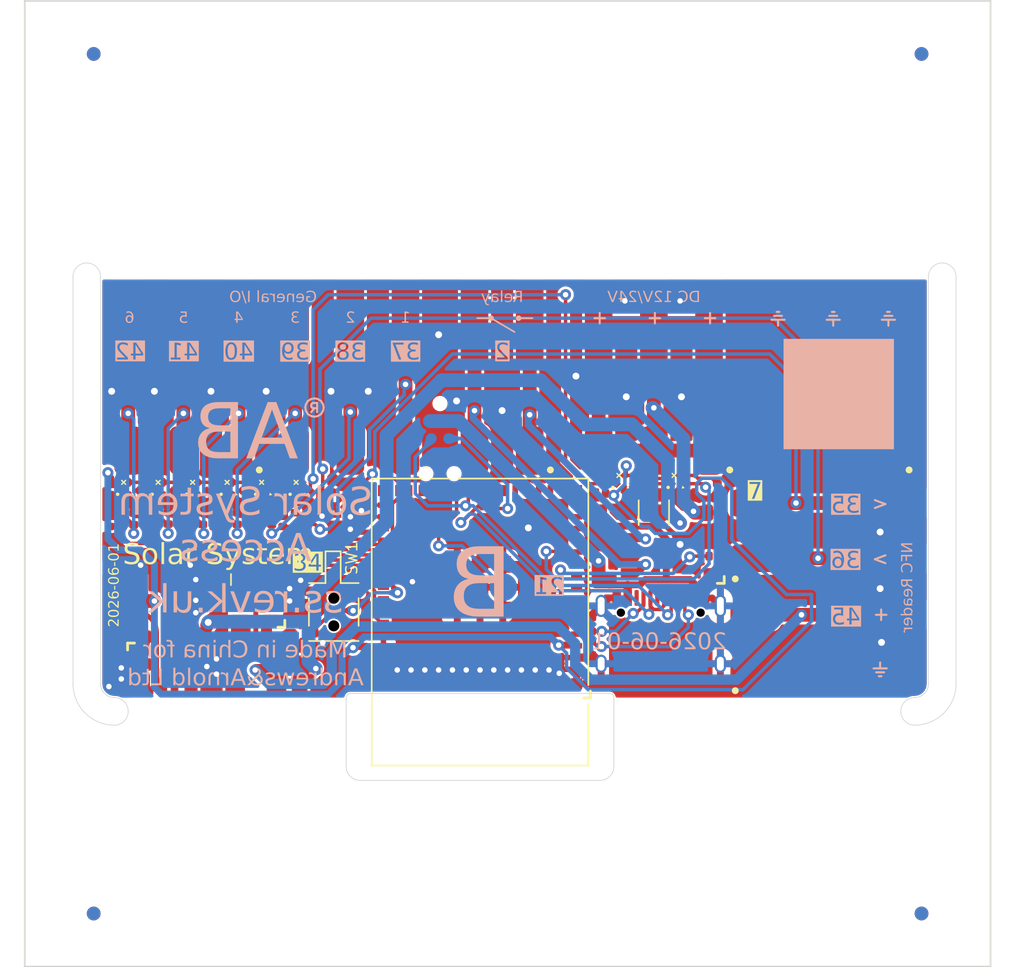
<source format=kicad_pcb>
(kicad_pcb (version 20241129) (generator "pcbnew") (generator_version "9.0")
  (title_block (title "Access Control") (rev "3") (company "Adrian Kennard Andrews & Arnold Ltd") (comment 1 "toot.me.uk/@RevK") (comment 2 "www.me.uk"))
  (layers (0 "F.Cu" signal) (2 "B.Cu" signal) (13 "F.Paste" user) (15 "B.Paste" user) (5 "F.SilkS" user "F.Silkscreen") (7 "B.SilkS" user "B.Silkscreen") (1 "F.Mask" user) (3 "B.Mask" user) (25 "Edge.Cuts" user))
  (net 0 "")
  (net 1 "+3.3V")
  (net 2 "VBUS")
  (net 3 "GND")
  (net 4 "RFTX")
  (net 5 "RFRX")
  (net 6 "+5V")
  (net 7 "D-")
  (net 8 "D+")
  (net 9 "SHDN")
  (net 10 "RGB")
  (net 11 "IO1")
  (net 12 "IO2")
  (net 13 "+12V")
  (net 15 "TAMPER")
  (net 16 "IO3")
  (net 17 "IO4")
  (net 18 "IO5")
  (net 19 "Net-(J3-Pin_3)")
  (net 20 "IO6")
  (net 21 "Net-(J9-Pin_1)")
  (net 22 "Net-(J9-Pin_2)")
  (net 28 "Net-(D11-I)")
  (net 29 "Net-(J9-Pin_3)")
  (net 30 "Net-(J3-Pin_2)")
  (net 31 "Net-(J3-Pin_1)")
  (net 32 "Net-(J1-CC2)")
  (net 33 "Net-(J1-CC1)")
  (net 40 "Net-(J10-Pin_2)")
  (net 50 "Net-(U10-EN)")
  (net 51 "Net-(R25-Pad1)")
  (net 52 "Net-(Q2-G)")
  (net 53 "Net-(D11-O)")
  (net 54 "Net-(D13-O)")
  (net 55 "Net-(D14-O)")
  (net 56 "Net-(D15-O)")
  (net 57 "Net-(D16-O)")
  (net 58 "Net-(D17-O)")
  (net 60 "Net-(D19-A)")
  (net 61 "Net-(J2-Pin_1)")
  (net 62 "Net-(J2-Pin_2)")
  (net 63 "Net-(J8-Pin_2)")
  (net 64 "Net-(J8-Pin_1)")
  (net 65 "RELAY")
  (footprint "RevK:WAGO-2060-452-998-404" (layer "F.Cu") (at 124.5 104 180)
    (property "Reference" "J5" (hide yes))
    (property "Value" "NFC")
  )
  (footprint "RevK:WAGO-2060-453-998-404" (layer "F.Cu") (at 125.6 85.5 -90)
    (property "Reference" "J6" (hide yes))
    (property "Value" "GND")
  )
  (footprint "RevK:WAGO-2060-452-998-404" (layer "F.Cu") (at 124.5 95.9 180)
    (property "Reference" "J2" (hide yes))
    (property "Value" "NFC")
  )
  (footprint "RevK:WAGO-2060-453-998-404" (layer "F.Cu") (at 90.6 85.5 -90)
    (property "Reference" "J3" (hide yes))
    (property "Value" "I/O")
  )
  (footprint "RevK:C_0402" (layer "F.Cu") (at 83.35 93 -90)
    (property "Reference" "C12" (hide yes))
    (property "Value" "100nF" (hide yes))
  )
  (footprint "RevK:SMD1010" (layer "F.Cu") (at 79.601 93 45)
    (property "Reference" "D16" (hide yes))
    (property "Value" "XL-1010RGBC-WS2812B" (hide yes))
  )
  (footprint "RevK:ESE13" (layer "F.Cu") (at 89.4 101.8 90)
    (property "Reference" "SW1")
    (property "Value" "ESE13V01A")
  )
  (footprint "RevK:VCUT70" (layer "F.Cu") (at 102 108.2 180)
    (property "Reference" "V2" (hide yes))
    (property "Value" "~")
  )
  (footprint "RevK:R_0402" (layer "F.Cu") (at 81.6 95.1 -90)
    (property "Reference" "R10" (hide yes))
    (property "Value" "100R" (hide yes))
  )
  (footprint "RevK:C_0402" (layer "F.Cu") (at 85.7 95.1 -90)
    (property "Reference" "C3" (hide yes))
    (property "Value" "33pF" (hide yes))
  )
  (footprint "RevK:R_0402" (layer "F.Cu") (at 117.1 97.75 180)
    (property "Reference" "R25" (hide yes))
    (property "Value" "1K" (hide yes))
  )
  (footprint "RevK:C_0603_" (layer "F.Cu") (at 74.05625 104.3 -90)
    (property "Reference" "C22" (hide yes))
    (property "Value" "10uF 6.3V")
  )
  (footprint "RevK:R_0402" (layer "F.Cu") (at 91.6 104.8 -90)
    (property "Reference" "R26" (hide yes))
    (property "Value" "10K" (hide yes))
  )
  (footprint "RevK:C_0402" (layer "F.Cu") (at 80.7 95.1 -90)
    (property "Reference" "C5" (hide yes))
    (property "Value" "33pF" (hide yes))
  )
  (footprint "RevK:DFN1006-2L" (layer "F.Cu") (at 90.85 92.9 -90)
    (property "Reference" "D10" (hide yes))
    (property "Value" "~")
  )
  (footprint "RevK:DFN1006-2L" (layer "F.Cu") (at 74.9 95.05 -90)
    (property "Reference" "D8" (hide yes))
    (property "Value" "~")
  )
  (footprint "RevK:L_4x4_" (layer "F.Cu") (at 76.55625 101 180)
    (property "Reference" "L4" (hide yes))
    (property "Value" "10uH")
  )
  (footprint "RevK:C_0402" (layer "F.Cu") (at 80.2 99.9 90)
    (property "Reference" "C17" (hide yes))
    (property "Value" "10uF" (hide yes))
  )
  (footprint "RevK:USB-C-Socket-H" (layer "F.Cu") (at 113.1 101.845)
    (property "Reference" "J1" (hide yes))
    (property "Value" "USB-C")
  )
  (footprint "RevK:SOT-323_SC-70" (layer "F.Cu") (at 90.6 95.4 180)
    (property "Reference" "Q2" (hide yes))
    (property "Value" "PMF250XNEX" (hide yes))
  )
  (footprint "RevK:C_0402" (layer "F.Cu") (at 75.7 95.1 -90)
    (property "Reference" "C7" (hide yes))
    (property "Value" "33pF" (hide yes))
  )
  (footprint "RevK:R_0402_" (layer "F.Cu") (at 85.55 99.45)
    (property "Reference" "R2" (hide yes))
    (property "Value" "23k2" (hide yes))
  )
  (footprint "RevK:SOT-23-6-MD8942" (layer "F.Cu") (at 83.75 101.35)
    (property "Reference" "U1" (hide yes))
    (property "Value" "MD8942")
  )
  (footprint "RevK:R_0402" (layer "F.Cu") (at 86.6 95.1 -90)
    (property "Reference" "R8" (hide yes))
    (property "Value" "100R" (hide yes))
  )
  (footprint "RevK:C_0402" (layer "F.Cu") (at 117.2 93 -90)
    (property "Reference" "C26" (hide yes))
    (property "Value" "100nF" (hide yes))
  )
  (footprint "RevK:C_0402" (layer "F.Cu") (at 73.35 93.05 -90)
    (property "Reference" "C25" (hide yes))
    (property "Value" "100nF" (hide yes))
  )
  (footprint "RevK:DFN1006-2L" (layer "F.Cu") (at 87.5 95.025 -90)
    (property "Reference" "D1" (hide yes))
    (property "Value" "~")
  )
  (footprint "RevK:SMD1010" (layer "F.Cu") (at 77.101 93 45)
    (property "Reference" "D17" (hide yes))
    (property "Value" "XL-1010RGBC-WS2812B" (hide yes))
  )
  (footprint "RevK:DFN1006-2L" (layer "F.Cu") (at 79.9 95.025 -90)
    (property "Reference" "D4" (hide yes))
    (property "Value" "~")
  )
  (footprint "RevK:C_0603_" (layer "F.Cu") (at 86.25 102.65 90)
    (property "Reference" "C15" (hide yes))
    (property "Value" "10uF 6.3V")
  )
  (footprint "RevK:C_0402" (layer "F.Cu") (at 73.2 98.1 90)
    (property "Reference" "C19" (hide yes))
    (property "Value" "22uF" (hide yes))
  )
  (footprint "RevK:WAGO-2060-453-998-404" (layer "F.Cu") (at 78.5 85.5 -90)
    (property "Reference" "J9" (hide yes))
    (property "Value" "I/O")
  )
  (footprint "RevK:C_0603_" (layer "F.Cu") (at 83.75 103.35)
    (property "Reference" "C16" (hide yes))
    (property "Value" "100nF")
  )
  (footprint "RevK:DFN1006-2L" (layer "F.Cu") (at 77.4 95 -90)
    (property "Reference" "D6" (hide yes))
    (property "Value" "~")
  )
  (footprint "RevK:C_0402" (layer "F.Cu") (at 78.35 93 -90)
    (property "Reference" "C14" (hide yes))
    (property "Value" "100nF" (hide yes))
  )
  (footprint "RevK:C_0603_" (layer "F.Cu") (at 79.05625 104.1 -90)
    (property "Reference" "C21" (hide yes))
    (property "Value" "10uF 35V")
  )
  (footprint "RevK:WAGO-2060-453-998-404" (layer "F.Cu") (at 112.6 85.5 -90)
    (property "Reference" "J7" (hide yes))
    (property "Value" "12V")
  )
  (footprint "RevK:R_0402_" (layer "F.Cu") (at 74.75625 107.5 180)
    (property "Reference" "R15" (hide yes))
    (property "Value" "39k2" (hide yes))
  )
  (footprint "RevK:R_0402" (layer "F.Cu") (at 84.1 95.1 -90)
    (property "Reference" "R9" (hide yes))
    (property "Value" "100R" (hide yes))
  )
  (footprint "RevK:C_0402" (layer "F.Cu") (at 75.85 93 -90)
    (property "Reference" "C24" (hide yes))
    (property "Value" "100nF" (hide yes))
  )
  (footprint "RevK:R_0402_" (layer "F.Cu") (at 78.35625 107.5 180)
    (property "Reference" "R27" (hide yes))
    (property "Value" "1M" (hide yes))
  )
  (footprint "RevK:SMD1010" (layer "F.Cu") (at 82.101 93 45)
    (property "Reference" "D15" (hide yes))
    (property "Value" "XL-1010RGBC-WS2812B" (hide yes))
  )
  (footprint "RevK:C_0402" (layer "F.Cu") (at 90.05 93 -90)
    (property "Reference" "C2" (hide yes))
    (property "Value" "33pF" (hide yes))
  )
  (footprint "RevK:C_0402" (layer "F.Cu") (at 85.85 93 -90)
    (property "Reference" "C11" (hide yes))
    (property "Value" "100nF" (hide yes))
  )
  (footprint "RevK:C_1210" (layer "F.Cu") (at 88.4 106.3 180)
    (property "Reference" "C28" (hide yes))
    (property "Value" "22uF 35V")
  )
  (footprint "RevK:C_1206" (layer "F.Cu") (at 109 98.025 -90)
    (property "Reference" "C27" (hide yes))
    (property "Value" "100uF 6.3V")
  )
  (footprint "RevK:C_0603_" (layer "F.Cu") (at 76.55625 103.6 180)
    (property "Reference" "C23" (hide yes))
    (property "Value" "100nF")
  )
  (footprint "RevK:R_0402" (layer "F.Cu") (at 108.1 104.4 90)
    (property "Reference" "R5" (hide yes))
    (property "Value" "5K1" (hide yes))
  )
  (footprint "RevK:DFN1006-2L" (layer "F.Cu") (at 88.45 93.775 90)
    (property "Reference" "D9" (hide yes))
    (property "Value" "~")
  )
  (footprint "RevK:R_0402" (layer "F.Cu") (at 76.6 95.1 -90)
    (property "Reference" "R12" (hide yes))
    (property "Value" "100R" (hide yes))
  )
  (footprint "RevK:R_0402_" (layer "F.Cu") (at 83.75 99.45)
    (property "Reference" "R1" (hide yes))
    (property "Value" "124k" (hide yes))
  )
  (footprint "RevK:DFN1006-2L" (layer "F.Cu") (at 82.4 95.025 -90)
    (property "Reference" "D3" (hide yes))
    (property "Value" "~")
  )
  (footprint "RevK:C_0402" (layer "F.Cu") (at 91.6 106.6 -90)
    (property "Reference" "C20" (hide yes))
    (property "Value" "1uF" (hide yes))
  )
  (footprint "RevK:PCB7070" (layer "F.Cu") (at 102 92.5)
    (property "Reference" "PCB1" (hide yes))
    (property "Value" "70x70" (hide yes))
    (fp_line (start -35 -35) (end 35 -35) (stroke (width 0.12)) (layer "Edge.Cuts"))
    (fp_line (start -35 35) (end -35 -35) (stroke (width 0.12)) (layer "Edge.Cuts"))
    (fp_line (start 35 -35) (end 35 35) (stroke (width 0.12)) (layer "Edge.Cuts"))
    (fp_line (start 35 35) (end -35 35) (stroke (width 0.12)) (layer "Edge.Cuts"))
  )
  (footprint "RevK:SMD1010" (layer "F.Cu") (at 74.601 93 45)
    (property "Reference" "D18" (hide yes))
    (property "Value" "XL-1010RGBC-WS2812B" (hide yes))
  )
  (footprint "RevK:D_SOD-123" (layer "F.Cu") (at 114.8 94.6)
    (property "Reference" "D19" (hide yes))
    (property "Value" "MBR0530")
  )
  (footprint "RevK:R_0402" (layer "F.Cu") (at 108.1 102.7 90)
    (property "Reference" "R4" (hide yes))
    (property "Value" "5K1" (hide yes))
  )
  (footprint "RevK:C_0402" (layer "F.Cu") (at 73.2 95.1 -90)
    (property "Reference" "C8" (hide yes))
    (property "Value" "33pF" (hide yes))
  )
  (footprint "RevK:R_0402" (layer "F.Cu") (at 89.25 93.6 -90)
    (property "Reference" "R6" (hide yes))
    (property "Value" "100R" (hide yes))
  )
  (footprint "RevK:SMD1010" (layer "F.Cu") (at 110.5 92.5 45)
    (property "Reference" "D11" (hide yes))
    (property "Value" "XL-1010RGBC-WS2812B" (hide yes))
  )
  (footprint "RevK:D_SOD-123" (layer "F.Cu") (at 110.4 94.6 180)
    (property "Reference" "D5" (hide yes))
    (property "Value" "MBR0530")
  )
  (footprint "RevK:SOT-23-6-MD8942" (layer "F.Cu") (at 76.55625 105.6 180)
    (property "Reference" "U2" (hide yes))
    (property "Value" "MD8942")
  )
  (footprint "RevK:WAGO-2060-452-998-404" (layer "F.Cu") (at 101.6 85.5 -90)
    (property "Reference" "J8" (hide yes))
    (property "Value" "DOOR")
  )
  (footprint "RevK:C_0402" (layer "F.Cu") (at 78.2 95.1 -90)
    (property "Reference" "C6" (hide yes))
    (property "Value" "33pF" (hide yes))
  )
  (footprint "RevK:R_0402" (layer "F.Cu") (at 91.65 93.05 -90)
    (property "Reference" "R7" (hide yes))
    (property "Value" "100R" (hide yes))
  )
  (footprint "RevK:ESP32-S3-MINI-1" (layer "F.Cu") (at 100 100 180)
    (property "Reference" "U10" (hide yes))
    (property "Value" "ESP32-S3-MINI-1" (hide yes))
  )
  (footprint "RevK:SMD1010" (layer "F.Cu") (at 84.601 93 45)
    (property "Reference" "D14" (hide yes))
    (property "Value" "XL-1010RGBC-WS2812B" (hide yes))
  )
  (footprint "RevK:R_0402" (layer "F.Cu") (at 79.1 95.1 -90)
    (property "Reference" "R11" (hide yes))
    (property "Value" "100R" (hide yes))
  )
  (footprint "RevK:C_0402" (layer "F.Cu") (at 80.85 93 -90)
    (property "Reference" "C13" (hide yes))
    (property "Value" "100nF" (hide yes))
  )
  (footprint "RevK:SO-4_4.4x4.3mm_P2.54mm" (layer "F.Cu") (at 113.8 97.75 90)
    (property "Reference" "U8" (hide yes))
    (property "Value" "G3VM-41GR8")
  )
  (footprint "RevK:SMD1010" (layer "F.Cu") (at 114.5 92.5 45)
    (property "Reference" "D7" (hide yes))
    (property "Value" "XL-1010RGBC-WS2812B" (hide yes))
  )
  (footprint "RevK:DFN1006-2L" (layer "F.Cu") (at 84.9 95.025 -90)
    (property "Reference" "D2" (hide yes))
    (property "Value" "~")
  )
  (footprint "RevK:SMD1010" (layer "F.Cu") (at 87.101 93 45)
    (property "Reference" "D13" (hide yes))
    (property "Value" "XL-1010RGBC-WS2812B" (hide yes))
  )
  (footprint "RevK:VCUT70" (layer "F.Cu") (at 102 77.5)
    (property "Reference" "V1" (hide yes))
    (property "Value" "~")
  )
  (footprint "RevK:L_4x4_" (layer "F.Cu") (at 83.75 105.95)
    (property "Reference" "L3" (hide yes))
    (property "Value" "10uH")
  )
  (footprint "RevK:C_0603_" (layer "F.Cu") (at 81.25 102.65 90)
    (property "Reference" "C1" (hide yes))
    (property "Value" "10uF 35V")
  )
  (footprint "RevK:R_0402" (layer "F.Cu") (at 74.1 95.1 -90)
    (property "Reference" "R13" (hide yes))
    (property "Value" "100R" (hide yes))
  )
  (footprint "RevK:C_0402" (layer "F.Cu") (at 74.1 98.1 90)
    (property "Reference" "C18" (hide yes))
    (property "Value" "100nF" (hide yes))
  )
  (footprint "RevK:C_0402" (layer "F.Cu") (at 108.6 93.2 180)
    (property "Reference" "C9" (hide yes))
    (property "Value" "100nF" (hide yes))
  )
  (footprint "RevK:C_0402" (layer "F.Cu") (at 83.2 95.1 -90)
    (property "Reference" "C4" (hide yes))
    (property "Value" "33pF" (hide yes))
  )
  (footprint "RevK:R_0402_" (layer "F.Cu") (at 76.55625 107.5 180)
    (property "Reference" "R14" (hide yes))
    (property "Value" "124k" (hide yes))
  )
  (footprint "RevK:AA-Pad" (layer "B.Cu") (at 100 100 180)
    (property "Reference" "J10" (hide yes))
    (property "Value" "Reset" (hide yes))
  )
  (footprint "RevK:Tag-Connect_TC2030-IDC-NL_2x03_P1.27mm_Vertical" (layer "B.Cu") (at 97.1 89.23 -90)
    (property "Reference" "J4" (hide yes))
    (property "Value" "TC2030-USB-NL-DS" (hide yes))
  )
  (gr_line (start 81.95 99.85) (end 81.95 99.05) (stroke (width 0.12)) (layer "F.SilkS"))
  (gr_line (start 99.8 80.5) (end 100.8 80.5) (stroke (width 0.12)) (layer "B.SilkS"))
  (gr_circle (center 102.8 80.5) (end 102.6 80.5) (fill yes) (layer "B.SilkS"))
  (gr_line (start 103.8 80.5) (end 102.8 80.5) (stroke (width 0.12)) (layer "B.SilkS"))
  (gr_rect (start 122 82) (end 130 90) (fill yes) (layer "B.SilkS"))
  (gr_circle (center 100.8 80.5) (end 100.6 80.5) (fill yes) (layer "B.SilkS"))
  (gr_line (start 100.8 80.5) (end 102.5 81.5) (stroke (width 0.12)) (layer "B.SilkS"))
  (gr_arc (start 73.5 108) (mid 72.792893 107.707107) (end 72.5 107) (stroke (width 0.05)) (layer "Edge.Cuts"))
  (gr_line (start 134.5 77.5) (end 134.5 107) (stroke (width 0.05)) (layer "Edge.Cuts"))
  (gr_line (start 108.7 114) (end 91.3 114) (stroke (width 0.05)) (layer "Edge.Cuts"))
  (gr_arc (start 91.3 114) (mid 90.592893 113.707107) (end 90.3 113) (stroke (width 0.05)) (layer "Edge.Cuts"))
  (gr_arc (start 109.7 113) (mid 109.407107 113.707107) (end 108.7 114) (stroke (width 0.05)) (layer "Edge.Cuts"))
  (gr_arc (start 70.5 77.5) (mid 71.5 76.5) (end 72.5 77.5) (stroke (width 0.05)) (layer "Edge.Cuts"))
  (gr_line (start 72.5 107) (end 72.5 77.5) (stroke (width 0.05)) (layer "Edge.Cuts"))
  (gr_arc (start 90.3 108) (mid 90.387868 107.787868) (end 90.6 107.7) (stroke (width 0.05)) (layer "Edge.Cuts"))
  (gr_arc (start 109.4 107.7) (mid 109.612132 107.787868) (end 109.7 108) (stroke (width 0.05)) (layer "Edge.Cuts"))
  (gr_arc (start 132.5 107) (mid 132.207107 107.707107) (end 131.5 108) (stroke (width 0.05)) (layer "Edge.Cuts"))
  (gr_arc (start 73.5 108) (mid 74.5 109) (end 73.5 110) (stroke (width 0.05)) (layer "Edge.Cuts"))
  (gr_line (start 109.7 108) (end 109.7 113) (stroke (width 0.05)) (layer "Edge.Cuts"))
  (gr_arc (start 132.5 77.5) (mid 133.5 76.5) (end 134.5 77.5) (stroke (width 0.05)) (layer "Edge.Cuts"))
  (gr_line (start 70.5 77.5) (end 70.5 107) (stroke (width 0.05)) (layer "Edge.Cuts"))
  (gr_line (start 90.6 107.7) (end 109.4 107.7) (stroke (width 0.05)) (layer "Edge.Cuts"))
  (gr_line (start 90.3 108) (end 90.3 113) (stroke (width 0.05)) (layer "Edge.Cuts"))
  (gr_arc (start 131.5 110) (mid 130.5 109) (end 131.5 108) (stroke (width 0.05)) (layer "Edge.Cuts"))
  (gr_arc (start 134.5 107) (mid 133.62132 109.12132) (end 131.5 110) (stroke (width 0.05)) (layer "Edge.Cuts"))
  (gr_arc (start 73.5 110) (mid 71.37868 109.12132) (end 70.5 107) (stroke (width 0.05)) (layer "Edge.Cuts"))
  (gr_line (start 132.5 77.5) (end 132.5 107) (stroke (width 0.05)) (layer "Edge.Cuts"))
  (gr_text "7" (at 119.4 93.1 0) (layer "F.SilkS" knockout) (effects (font (size 1.2 1.2) (thickness 0.1)) (justify left)))
  (gr_text "${CURRENT_DATE}" (at 73.5 102.9 90) (layer "F.SilkS") (effects (font (size 0.75 0.75)) (justify left)))
  (gr_text "34" (at 87.5 98.3 0) (layer "F.SilkS" knockout) (effects (font (size 1.2 1.2) (thickness 0.1))))
  (gr_text "Solar System" (at 74.1 97.7 0) (layer "F.SilkS") (effects (font (size 1.5 1.5)) (justify left)))
  (gr_text "⏚" (at 129 106 0) (layer "B.SilkS") (effects (font (size 1 1)) (justify mirror)))
  (gr_text "⏚" (at 125.6 80.5 180) (layer "B.SilkS") (effects (font (size 1 1)) (justify mirror)))
  (gr_text "+" (at 112.6 80.5 90) (layer "B.SilkS") (effects (font (size 1 1)) (justify mirror)))
  (gr_text ">" (at 129 97.9 0) (layer "B.SilkS") (effects (font (size 1 1)) (justify mirror)))
  (gr_text "+" (at 129 102 90) (layer "B.SilkS") (effects (font (size 1 1)) (justify mirror)))
  (gr_text "<" (at 129 93.9 0) (layer "B.SilkS") (effects (font (size 1 1)) (justify mirror)))
  (gr_text "NFC Reader" (at 131 100 90) (layer "B.SilkS") (effects (font (size 0.8 0.8) (thickness 0.1)) (justify mirror)))
  (gr_text "Relay" (at 101.6 79 0) (layer "B.SilkS") (effects (font (size 0.8 0.8) (thickness 0.1)) (justify mirror)))
  (gr_text "39" (at 86.6 83 0) (layer "B.SilkS" knockout) (effects (font (size 1.2 1.2) (thickness 0.1)) (justify mirror)))
  (gr_text "36" (at 126.5 98.1 0) (layer "B.SilkS" knockout) (effects (font (size 1.2 1.2) (thickness 0.1)) (justify mirror)))
  (gr_text "®" (at 88 87 0) (layer "B.SilkS") (effects (font (size 1 1)) (justify mirror)))
  (gr_text "5" (at 78.5 80.5 0) (layer "B.SilkS") (effects (font (size 0.8 0.8) (thickness 0.1)) (justify mirror)))
  (gr_text "⏚" (at 129.6 80.5 180) (layer "B.SilkS") (effects (font (size 1 1)) (justify mirror)))
  (gr_text "Solar System\nAccess" (at 83 95.6 0) (layer "B.SilkS") (effects (font (size 2 2)) (justify mirror)))
  (gr_text "DC 12V/24V" (at 112.6 79 0) (layer "B.SilkS") (effects (font (size 0.8 0.8) (thickness 0.1)) (justify mirror)))
  (gr_text "6" (at 74.6 80.5 0) (layer "B.SilkS") (effects (font (size 0.8 0.8) (thickness 0.1)) (justify mirror)))
  (gr_text "AB" (at 83 89 0) (layer "B.SilkS") (effects (font (size 4 4)) (justify mirror)))
  (gr_text "4" (at 82.5 80.5 0) (layer "B.SilkS") (effects (font (size 0.8 0.8) (thickness 0.1)) (justify mirror)))
  (gr_text "21" (at 105 100 0) (layer "B.SilkS" knockout) (effects (font (size 1.2 1.2) (thickness 0.1)) (justify mirror)))
  (gr_text "2" (at 101.6 83 0) (layer "B.SilkS" knockout) (effects (font (size 1.2 1.2) (thickness 0.1)) (justify mirror)))
  (gr_text "3" (at 86.6 80.5 0) (layer "B.SilkS") (effects (font (size 0.8 0.8) (thickness 0.1)) (justify mirror)))
  (gr_text "+" (at 116.6 80.5 90) (layer "B.SilkS") (effects (font (size 1 1)) (justify mirror)))
  (gr_text "⏚" (at 121.6 80.5 180) (layer "B.SilkS") (effects (font (size 1 1)) (justify mirror)))
  (gr_text "ss.revk.uk" (at 83 101 0) (layer "B.SilkS") (effects (font (size 2 2)) (justify mirror)))
  (gr_text "40" (at 82.5 83 0) (layer "B.SilkS" knockout) (effects (font (size 1.2 1.2) (thickness 0.1)) (justify mirror)))
  (gr_text "37" (at 94.6 83 0) (layer "B.SilkS" knockout) (effects (font (size 1.2 1.2) (thickness 0.1)) (justify mirror)))
  (gr_text "38" (at 90.6 83 0) (layer "B.SilkS" knockout) (effects (font (size 1.2 1.2) (thickness 0.1)) (justify mirror)))
  (gr_text "45" (at 126.5 102.2 0) (layer "B.SilkS" knockout) (effects (font (size 1.2 1.2) (thickness 0.1)) (justify mirror)))
  (gr_text "General I/O" (at 85 79 0) (layer "B.SilkS") (effects (font (size 0.8 0.8) (thickness 0.1)) (justify mirror)))
  (gr_text "1" (at 94.6 80.5 0) (layer "B.SilkS") (effects (font (size 0.8 0.8) (thickness 0.1)) (justify mirror)))
  (gr_text "Made in China for\nAndrews&Arnold Ltd" (at 83 105.6 0) (layer "B.SilkS") (effects (font (size 1.2 1.2)) (justify mirror)))
  (gr_text "41" (at 78.5 83 0) (layer "B.SilkS" knockout) (effects (font (size 1.2 1.2) (thickness 0.1)) (justify mirror)))
  (gr_text "${CURRENT_DATE}" (at 113 104 0) (layer "B.SilkS") (effects (font (size 1.2 1.2)) (justify mirror)))
  (gr_text "+" (at 108.6 80.5 90) (layer "B.SilkS") (effects (font (size 1 1)) (justify mirror)))
  (gr_text "35" (at 126.5 94.1 0) (layer "B.SilkS" knockout) (effects (font (size 1.2 1.2) (thickness 0.1)) (justify mirror)))
  (gr_text "2" (at 90.6 80.5 0) (layer "B.SilkS") (effects (font (size 0.8 0.8) (thickness 0.1)) (justify mirror)))
  (gr_text "42" (at 74.6 83 0) (layer "B.SilkS" knockout) (effects (font (size 1.2 1.2) (thickness 0.1)) (justify mirror)))
  (segment (start 73.501041 92.398959) (end 74.601 92.398959) (width 0.25) (layer "F.Cu") (net 1))
  (segment (start 76.001041 92.398959) (end 77.101 92.398959) (width 0.25) (layer "F.Cu") (net 1))
  (segment (start 113.5 92.123) (end 111.80224 92.123) (width 0.25) (layer "F.Cu") (net 1))
  (segment (start 81.001041 92.398959) (end 82.101 92.398959) (width 0.25) (layer "F.Cu") (net 1))
  (segment (start 73.35 92.55) (end 73.35 92.023) (width 0.25) (layer "F.Cu") (net 1))
  (segment (start 74.1 98.6) (end 75.05625 99.55625) (width 0.5) (layer "F.Cu") (net 1))
  (segment (start 106.95 104.2) (end 107 104.25) (width 0.5) (layer "F.Cu") (net 1))
  (segment (start 90.875621 104.3) (end 90.793754 104.381867) (width 0.5) (layer "F.Cu") (net 1))
  (segment (start 73.35 92.55) (end 73.501041 92.398959) (width 0.25) (layer "F.Cu") (net 1))
  (segment (start 110.6 91.898959) (end 110.6 91.2) (width 0.25) (layer "F.Cu") (net 1))
  (segment (start 115.779826 92.102) (end 115.576785 91.898959) (width 0.25) (layer "F.Cu") (net 1))
  (segment (start 109.242952 93.342952) (end 109.1 93.2) (width 0.25) (layer "F.Cu") (net 1))
  (segment (start 75.05625 99.55625) (end 75.05625 101) (width 0.5) (layer "F.Cu") (net 1))
  (segment (start 82.101 92.398959) (end 83.198959 92.398959) (width 0.25) (layer "F.Cu") (net 1))
  (segment (start 78.501041 92.398959) (end 79.601 92.398959) (width 0.25) (layer "F.Cu") (net 1))
  (segment (start 115.779826 92.102) (end 116.802 92.102) (width 0.25) (layer "F.Cu") (net 1))
  (segment (start 115.576785 91.898959) (end 114.5 91.898959) (width 0.25) (layer "F.Cu") (net 1))
  (segment (start 75.05625 101) (end 76.4 101) (width 1) (layer "F.Cu") (net 1))
  (segment (start 113.724041 91.898959) (end 114.5 91.898959) (width 0.25) (layer "F.Cu") (net 1))
  (segment (start 113.5 92.123) (end 113.724041 91.898959) (width 0.25) (layer "F.Cu") (net 1))
  (segment (start 79.601 92.398959) (end 80.698959 92.398959) (width 0.25) (layer "F.Cu") (net 1))
  (segment (start 105.7 104.2) (end 106.95 104.2) (width 0.5) (layer "F.Cu") (net 1))
  (segment (start 77.101 92.398959) (end 78.198959 92.398959) (width 0.25) (layer "F.Cu") (net 1))
  (segment (start 84.601 92.398959) (end 85.698959 92.398959) (width 0.25) (layer "F.Cu") (net 1))
  (segment (start 111.578199 91.898959) (end 110.6 91.898959) (width 0.25) (layer "F.Cu") (net 1))
  (segment (start 83.501041 92.398959) (end 84.601 92.398959) (width 0.25) (layer "F.Cu") (net 1))
  (segment (start 91.6 104.3) (end 90.875621 104.3) (width 0.5) (layer "F.Cu") (net 1))
  (segment (start 73.2 98.6) (end 74.1 98.6) (width 0.5) (layer "F.Cu") (net 1))
  (segment (start 116.802 92.102) (end 117.2 92.5) (width 0.25) (layer "F.Cu") (net 1))
  (segment (start 86.001041 92.398959) (end 87.101 92.398959) (width 0.25) (layer "F.Cu") (net 1))
  (segment (start 111.80224 92.123) (end 111.578199 91.898959) (width 0.25) (layer "F.Cu") (net 1))
  (segment (start 73.35 92.023) (end 73.027 91.7) (width 0.25) (layer "F.Cu") (net 1))
  (segment (start 109.692391 93.342952) (end 109.242952 93.342952) (width 0.25) (layer "F.Cu") (net 1))
  (segment (start 74.601 92.398959) (end 75.698959 92.398959) (width 0.25) (layer "F.Cu") (net 1))
  (via (at 90.793754 104.381867) (size 0.8) (drill 0.4) (layers "F.Cu" "B.Cu") (net 1))
  (via (at 105.7 104.2) (size 0.8) (drill 0.4) (layers "F.Cu" "B.Cu") (net 1))
  (via (at 109.692391 93.342952) (size 0.8) (drill 0.4) (layers "F.Cu" "B.Cu") (net 1))
  (via (at 73.027 91.7) (size 0.8) (drill 0.4) (layers "F.Cu" "B.Cu") (net 1))
  (via (at 76.4 101) (size 0.8) (drill 0.4) (layers "F.Cu" "B.Cu") (net 1))
  (via (at 110.6 91.2) (size 0.8) (drill 0.4) (layers "F.Cu" "B.Cu") (net 1))
  (segment (start 118.25 96.567482) (end 118.25 92.85) (width 0.25) (layer "B.Cu") (net 1))
  (segment (start 119.059712 107.427) (end 124.027 102.459712) (width 0.25) (layer "B.Cu") (net 1))
  (segment (start 124.027 102.459712) (end 124.027 100.527) (width 0.25) (layer "B.Cu") (net 1))
  (segment (start 76.9 107.75) (end 76.4 107.25) (width 0.5) (layer "B.Cu") (net 1))
  (segment (start 112.2 95.6) (end 111.7 95.6) (width 0.25) (layer "B.Cu") (net 1))
  (segment (start 73.027 96.5) (end 73.027 91.7) (width 0.5) (layer "B.Cu") (net 1))
  (segment (start 115.7 93.2) (end 116.223 93.723) (width 0.25) (layer "B.Cu") (net 1))
  (segment (start 106.273 105.859712) (end 107.840288 107.427) (width 0.25) (layer "B.Cu") (net 1))
  (segment (start 115.123 96.1) (end 112.7 96.1) (width 0.25) (layer "B.Cu") (net 1))
  (segment (start 76.4 98.3) (end 75.4 97.3) (width 0.5) (layer "B.Cu") (net 1))
  (segment (start 76.4 101) (end 76.4 98.3) (width 0.5) (layer "B.Cu") (net 1))
  (segment (start 90.818133 104.381867) (end 91.6 103.6) (width 0.5) (layer "B.Cu") (net 1))
  (segment (start 105.1 103.6) (end 105.7 104.2) (width 0.5) (layer "B.Cu") (net 1))
  (segment (start 90.793754 104.381867) (end 90.818133 104.381867) (width 0.5) (layer "B.Cu") (net 1))
  (segment (start 91.6 103.6) (end 105.1 103.6) (width 0.5) (layer "B.Cu") (net 1))
  (segment (start 90 105) (end 90 106.75) (width 0.5) (layer "B.Cu") (net 1))
  (segment (start 107.840288 107.427) (end 119.059712 107.427) (width 0.25) (layer "B.Cu") (net 1))
  (segment (start 111.7 95.6) (end 109.692391 93.592391) (width 0.25) (layer "B.Cu") (net 1))
  (segment (start 90.793754 104.381867) (end 90.618133 104.381867) (width 0.5) (layer "B.Cu") (net 1))
  (segment (start 109.692391 93.592391) (end 109.692391 93.342952) (width 0.25) (layer "B.Cu") (net 1))
  (segment (start 106.273 104.773) (end 106.273 105.859712) (width 0.25) (layer "B.Cu") (net 1))
  (segment (start 73.827 97.3) (end 73.027 96.5) (width 0.5) (layer "B.Cu") (net 1))
  (segment (start 75.4 97.3) (end 73.827 97.3) (width 0.5) (layer "B.Cu") (net 1))
  (segment (start 76.4 107.25) (end 76.4 101) (width 0.5) (layer "B.Cu") (net 1))
  (segment (start 115.7 92.483932) (end 115.7 93.2) (width 0.25) (layer "B.Cu") (net 1))
  (segment (start 110.5 91.2) (end 110.5 92.535343) (width 0.25) (layer "B.Cu") (net 1))
  (segment (start 116.223 93.723) (end 116.223 95) (width 0.25) (layer "B.Cu") (net 1))
  (segment (start 89 107.75) (end 76.9 107.75) (width 0.5) (layer "B.Cu") (net 1))
  (segment (start 116.223 95) (end 115.123 96.1) (width 0.25) (layer "B.Cu") (net 1))
  (segment (start 105.7 104.2) (end 106.273 104.773) (width 0.25) (layer "B.Cu") (net 1))
  (segment (start 112.7 96.1) (end 112.2 95.6) (width 0.25) (layer "B.Cu") (net 1))
  (segment (start 90.618133 104.381867) (end 90 105) (width 0.5) (layer "B.Cu") (net 1))
  (segment (start 116.081932 92.102) (end 115.7 92.483932) (width 0.25) (layer "B.Cu") (net 1))
  (segment (start 110.5 92.535343) (end 109.692391 93.342952) (width 0.25) (layer "B.Cu") (net 1))
  (segment (start 90 106.75) (end 89 107.75) (width 0.5) (layer "B.Cu") (net 1))
  (segment (start 117.502 92.102) (end 116.081932 92.102) (width 0.25) (layer "B.Cu") (net 1))
  (segment (start 124.027 100.527) (end 122.209518 100.527) (width 0.25) (layer "B.Cu") (net 1))
  (segment (start 118.25 92.85) (end 117.502 92.102) (width 0.25) (layer "B.Cu") (net 1))
  (segment (start 122.209518 100.527) (end 118.25 96.567482) (width 0.25) (layer "B.Cu") (net 1))
  (segment (start 110.681 99.828) (end 110.7 99.847) (width 0.5) (layer "F.Cu") (net 2))
  (segment (start 108.592998 98.092998) (end 108.592998 99.092998) (width 1) (layer "F.Cu") (net 2))
  (segment (start 109.727 95.577) (end 112.577 95.577) (width 0.5) (layer "F.Cu") (net 2))
  (segment (start 115.5 100.775) (end 115.5 99.705) (width 0.5) (layer "F.Cu") (net 2))
  (segment (start 111.965698 99.448) (end 111.585698 99.828) (width 0.5) (layer "F.Cu") (net 2))
  (segment (start 115.5 99.705) (end 115.243 99.448) (width 0.5) (layer "F.Cu") (net 2))
  (segment (start 108.592998 99.092998) (end 109 99.5) (width 1) (layer "F.Cu") (net 2))
  (segment (start 110.719 99.828) (end 110.7 99.847) (width 0.5) (layer "F.Cu") (net 2))
  (segment (start 111.585698 99.828) (end 110.719 99.828) (width 0.5) (layer "F.Cu") (net 2))
  (segment (start 113.5 99.448) (end 111.965698 99.448) (width 0.5) (layer "F.Cu") (net 2))
  (segment (start 113.5 96.5) (end 113.5 99.448) (width 0.5) (layer "F.Cu") (net 2))
  (segment (start 109.328 99.828) (end 110.681 99.828) (width 0.5) (layer "F.Cu") (net 2))
  (segment (start 109 99.5) (end 109.328 99.828) (width 0.5) (layer "F.Cu") (net 2))
  (segment (start 112.577 95.577) (end 113.5 96.5) (width 0.5) (layer "F.Cu") (net 2))
  (segment (start 115.243 99.448) (end 113.5 99.448) (width 0.5) (layer "F.Cu") (net 2))
  (segment (start 110.7 100.775) (end 110.7 99.847) (width 0.6) (layer "F.Cu") (net 2))
  (segment (start 108.75 94.6) (end 109.727 95.577) (width 0.5) (layer "F.Cu") (net 2))
  (via (at 108.592998 98.092998) (size 0.8) (drill 0.4) (layers "F.Cu" "B.Cu") (net 2))
  (segment (start 97.635 87.96) (end 98.46 87.96) (width 1) (layer "B.Cu") (net 2))
  (segment (start 97.635 87.96) (end 96.365 87.96) (width 1) (layer "B.Cu") (net 2))
  (segment (start 98.46 87.96) (end 108.592998 98.092998) (width 1) (layer "B.Cu") (net 2))
  (segment (start 108.765 101.37) (end 109.345 100.79) (width 0.5) (layer "F.Cu") (net 3))
  (segment (start 93 93) (end 93 86.9) (width 0.5) (layer "F.Cu") (net 3))
  (segment (start 89.248 91.698) (end 89.248 91.110448) (width 0.25) (layer "F.Cu") (net 3))
  (segment (start 107 105.1) (end 107.9 105.1) (width 0.6) (layer "F.Cu") (net 3))
  (segment (start 117.405 101.37) (end 116.825 100.79) (width 0.5) (layer "F.Cu") (net 3))
  (segment (start 108.1 102.2) (end 108.1 102.035) (width 0.6) (layer "F.Cu") (net 3))
  (segment (start 108.135 104.9) (end 108.78 105.545) (width 0.6) (layer "F.Cu") (net 3))
  (segment (start 109.345 100.79) (end 109.885 100.79) (width 0.5) (layer "F.Cu") (net 3))
  (segment (start 90.05 92.5) (end 89.248 91.698) (width 0.25) (layer "F.Cu") (net 3))
  (segment (start 93 86.9) (end 91.9 85.8) (width 0.5) (layer "F.Cu") (net 3))
  (segment (start 89.204 85.804) (end 89.2 85.8) (width 0.25) (layer "F.Cu") (net 3))
  (segment (start 89.248 91.110448) (end 89.204 91.066448) (width 0.25) (layer "F.Cu") (net 3))
  (segment (start 116.825 100.79) (end 116.285 100.79) (width 0.5) (layer "F.Cu") (net 3))
  (segment (start 108.1 104.9) (end 108.135 104.9) (width 0.6) (layer "F.Cu") (net 3))
  (segment (start 108.1 102.035) (end 108.78 101.355) (width 0.6) (layer "F.Cu") (net 3))
  (segment (start 89.204 91.066448) (end 89.204 85.804) (width 0.25) (layer "F.Cu") (net 3))
  (segment (start 107.9 105.1) (end 108.1 104.9) (width 0.6) (layer "F.Cu") (net 3))
  (via (at 105.743002 106.239457) (size 0.8) (drill 0.4) (layers "F.Cu" "B.Cu") (net 3))
  (via (at 89.2 85.8) (size 1) (drill 0.5) (layers "F.Cu" "B.Cu") (net 3))
  (via (at 105 106) (size 0.8) (drill 0.4) (layers "F.Cu" "B.Cu") (net 3))
  (via (at 97 106) (size 0.8) (drill 0.4) (layers "F.Cu" "B.Cu") (net 3))
  (via (at 114.5 96.9) (size 1) (drill 0.5) (layers "F.Cu" "B.Cu") (net 3))
  (via (at 114.5 79.25) (size 0.8) (drill 0.4) (layers "F.Cu" "B.Cu") (net 3))
  (via (at 98 106) (size 0.8) (drill 0.4) (layers "F.Cu" "B.Cu") (net 3))
  (via (at 88.55 94.85) (size 0.8) (drill 0.4) (layers "F.Cu" "B.Cu") (net 3))
  (via (at 102 106) (size 0.8) (drill 0.4) (layers "F.Cu" "B.Cu") (net 3))
  (via (at 88.604532 104.025605) (size 0.8) (drill 0.4) (layers "F.Cu" "B.Cu") (net 3))
  (via (at 101.6 87.2) (size 1) (drill 0.5) (layers "F.Cu" "B.Cu") (net 3))
  (via (at 110.5 79.25) (size 0.8) (drill 0.4) (layers "F.Cu" "B.Cu") (net 3))
  (via (at 114.6 86.2) (size 1) (drill 0.5) (layers "F.Cu" "B.Cu") (net 3))
  (via (at 74 106.65) (size 0.8) (drill 0.4) (layers "F.Cu" "B.Cu") (net 3))
  (via (at 110.6 86.2) (size 1) (drill 0.5) (layers "F.Cu" "B.Cu") (net 3))
  (via (at 80.9 105.2) (size 0.8) (drill 0.4) (layers "F.Cu" "B.Cu") (net 3))
  (via (at 129.1 104) (size 1) (drill 0.5) (layers "F.Cu" "B.Cu") (net 3))
  (via (at 99 106) (size 0.8) (drill 0.4) (layers "F.Cu" "B.Cu") (net 3))
  (via (at 91.9 85.8) (size 1) (drill 0.5) (layers "F.Cu" "B.Cu") (net 3))
  (via (at 106.952 84.7) (size 1) (drill 0.5) (layers "F.Cu" "B.Cu") (net 3))
  (via (at 86.2 100.1) (size 0.8) (drill 0.4) (layers "F.Cu" "B.Cu") (net 3))
  (via (at 101 106) (size 0.8) (drill 0.4) (layers "F.Cu" "B.Cu") (net 3))
  (via (at 79 98.4) (size 0.8) (drill 0.4) (layers "F.Cu" "B.Cu") (net 3))
  (via (at 80.5 85.8) (size 1) (drill 0.5) (layers "F.Cu" "B.Cu") (net 3))
  (via (at 95 106) (size 0.8) (drill 0.4) (layers "F.Cu" "B.Cu") (net 3))
  (via (at 103.5 95.7) (size 1) (drill 0.5) (layers "F.Cu" "B.Cu") (net 3))
  (via (at 84.5 85.8) (size 1) (drill 0.5) (layers "F.Cu" "B.Cu") (net 3))
  (via (at 103 106) (size 0.8) (drill 0.4) (layers "F.Cu" "B.Cu") (net 3))
  (via (at 90.602 94.9) (size 0.8) (drill 0.4) (layers "F.Cu" "B.Cu") (net 3))
  (via (at 97 81.7) (size 1) (drill 0.5) (layers "F.Cu" "B.Cu") (net 3))
  (via (at 129 96) (size 1) (drill 0.5) (layers "F.Cu" "B.Cu") (net 3))
  (via (at 79.398 99.45) (size 0.8) (drill 0.4) (layers "F.Cu" "B.Cu") (net 3))
  (via (at 74 105.85) (size 0.8) (drill 0.4) (layers "F.Cu" "B.Cu") (net 3))
  (via (at 80.2 105.75) (size 0.8) (drill 0.4) (layers "F.Cu" "B.Cu") (net 3))
  (via (at 104 106) (size 0.8) (drill 0.4) (layers "F.Cu" "B.Cu") (net 3))
  (via (at 73.1 107.2) (size 0.8) (drill 0.4) (layers "F.Cu" "B.Cu") (net 3))
  (via (at 100 106) (size 0.8) (drill 0.4) (layers "F.Cu" "B.Cu") (net 3))
  (via (at 76.4 85.8) (size 1) (drill 0.5) (layers "F.Cu" "B.Cu") (net 3))
  (via (at 87 99.5) (size 0.8) (drill 0.4) (layers "F.Cu" "B.Cu") (net 3))
  (via (at 73.3 85.8) (size 1) (drill 0.5) (layers "F.Cu" "B.Cu") (net 3))
  (via (at 80.9 106.3) (size 0.8) (drill 0.4) (layers "F.Cu" "B.Cu") (net 3))
  (via (at 98.3 86.5) (size 1) (drill 0.5) (layers "F.Cu" "B.Cu") (net 3))
  (via (at 95.1 99.6) (size 0.8) (drill 0.4) (layers "F.Cu" "B.Cu") (net 3))
  (via (at 96 106) (size 0.8) (drill 0.4) (layers "F.Cu" "B.Cu") (net 3))
  (via (at 86.2 101) (size 0.8) (drill 0.4) (layers "F.Cu" "B.Cu") (net 3))
  (via (at 79.398 100.95) (size 0.8) (drill 0.4) (layers "F.Cu" "B.Cu") (net 3))
  (via (at 94 106) (size 0.8) (drill 0.4) (layers "F.Cu" "B.Cu") (net 3))
  (via (at 79.398 101.85) (size 0.8) (drill 0.4) (layers "F.Cu" "B.Cu") (net 3))
  (via (at 90.602 95.8) (size 0.8) (drill 0.4) (layers "F.Cu" "B.Cu") (net 3))
  (via (at 91.4 94.45) (size 0.8) (drill 0.4) (layers "F.Cu" "B.Cu") (net 3))
  (via (at 129 100.1) (size 1) (drill 0.5) (layers "F.Cu" "B.Cu") (net 3))
  (via (at 75.4 98.4) (size 0.8) (drill 0.4) (layers "F.Cu" "B.Cu") (net 3))
  (segment (start 108.78 101.58) (end 109.5 102.3) (width 0.6) (layer "B.Cu") (net 3))
  (segment (start 108.78 101.355) (end 108.78 101.58) (width 0.6) (layer "B.Cu") (net 3))
  (segment (start 93 94.05) (end 92.15 94.05) (width 0.25) (layer "F.Cu") (net 4))
  (segment (start 92.15 94.05) (end 91.65 93.55) (width 0.25) (layer "F.Cu") (net 4))
  (segment (start 92.1 94.9) (end 91.6 95.4) (width 0.25) (layer "F.Cu") (net 5))
  (segment (start 93 94.9) (end 92.1 94.9) (width 0.25) (layer "F.Cu") (net 5))
  (segment (start 84.1 104.8) (end 85.25 105.95) (width 0.75) (layer "F.Cu") (net 6))
  (segment (start 83.9 104.8) (end 84.1 104.8) (width 0.75) (layer "F.Cu") (net 6))
  (segment (start 83.75 105.95) (end 83.7 106) (width 0.75) (layer "F.Cu") (net 6))
  (segment (start 129.15 102) (end 119.9 102) (width 1) (layer "F.Cu") (net 6))
  (segment (start 85.25 105.95) (end 83.75 105.95) (width 0.75) (layer "F.Cu") (net 6))
  (via (at 83.7 106) (size 0.8) (drill 0.4) (layers "F.Cu" "B.Cu") (net 6))
  (via (at 123.3 102) (size 0.8) (drill 0.4) (layers "F.Cu" "B.Cu") (net 6))
  (segment (start 89.3 104.636512) (end 89.3 104.6) (width 0.75) (layer "B.Cu") (net 6))
  (segment (start 89.248 106.4) (end 89.248 104.688511) (width 0.75) (layer "B.Cu") (net 6))
  (segment (start 118.603 106.697) (end 123.3 102) (width 0.75) (layer "B.Cu") (net 6))
  (segment (start 106.9 105.6) (end 107.997 106.697) (width 0.75) (layer "B.Cu") (net 6))
  (segment (start 106.9 104.1) (end 106.9 105.6) (width 0.75) (layer "B.Cu") (net 6))
  (segment (start 89.3 104.6) (end 91.052 102.848) (width 0.75) (layer "B.Cu") (net 6))
  (segment (start 83.7 106) (end 84.698 106.998) (width 0.75) (layer "B.Cu") (net 6))
  (segment (start 89.248 104.688511) (end 89.3 104.636512) (width 0.75) (layer "B.Cu") (net 6))
  (segment (start 107.997 106.697) (end 118.603 106.697) (width 0.75) (layer "B.Cu") (net 6))
  (segment (start 105.648 102.848) (end 106.9 104.1) (width 0.75) (layer "B.Cu") (net 6))
  (segment (start 88.65 106.998) (end 89.248 106.4) (width 0.75) (layer "B.Cu") (net 6))
  (segment (start 84.698 106.998) (end 88.65 106.998) (width 0.75) (layer "B.Cu") (net 6))
  (segment (start 91.052 102.848) (end 105.648 102.848) (width 0.75) (layer "B.Cu") (net 6))
  (segment (start 113.065932 101.612) (end 113.335 101.342932) (width 0.25) (layer "F.Cu") (net 7))
  (segment (start 112.35 101.85) (end 112.238966 101.961034) (width 0.25) (layer "F.Cu") (net 7))
  (segment (start 112.587001 101.612) (end 113.065932 101.612) (width 0.25) (layer "F.Cu") (net 7))
  (segment (start 100.1 94.3) (end 100 94.2) (width 0.25) (layer "F.Cu") (net 7))
  (segment (start 100 94.2) (end 100 93) (width 0.25) (layer "F.Cu") (net 7))
  (segment (start 113.335 101.342932) (end 113.335 100.79) (width 0.25) (layer "F.Cu") (net 7))
  (segment (start 112.335 100.79) (end 112.335 101.359999) (width 0.25) (layer "F.Cu") (net 7))
  (segment (start 112.35 100.775) (end 112.35 101.85) (width 0.25) (layer "F.Cu") (net 7))
  (segment (start 100 93) (end 100 93.974068) (width 0.25) (layer "F.Cu") (net 7))
  (segment (start 98.663034 95.311034) (end 98.611034 95.311034) (width 0.25) (layer "F.Cu") (net 7))
  (segment (start 112.335 101.359999) (end 112.587001 101.612) (width 0.25) (layer "F.Cu") (net 7))
  (segment (start 100 93.974068) (end 98.663034 95.311034) (width 0.25) (layer "F.Cu") (net 7))
  (segment (start 102 94.3) (end 100.1 94.3) (width 0.25) (layer "F.Cu") (net 7))
  (via (at 98.611034 95.311034) (size 0.8) (drill 0.4) (layers "F.Cu" "B.Cu") (net 7))
  (via (at 112.238966 101.961034) (size 0.8) (drill 0.4) (layers "F.Cu" "B.Cu") (net 7))
  (via (at 102 94.3) (size 0.8) (drill 0.4) (layers "F.Cu" "B.Cu") (net 7))
  (segment (start 99.56684 94.7) (end 99.222068 94.7) (width 0.25) (layer "B.Cu") (net 7))
  (segment (start 105.12084 100.254) (end 99.56684 94.7) (width 0.25) (layer "B.Cu") (net 7))
  (segment (start 102 94.3) (end 102 92.563488) (width 0.25) (layer "B.Cu") (net 7))
  (segment (start 102 92.563488) (end 98.666512 89.23) (width 0.25) (layer "B.Cu") (net 7))
  (segment (start 110.531932 100.254) (end 105.12084 100.254) (width 0.25) (layer "B.Cu") (net 7))
  (segment (start 99.222068 94.7) (end 98.611034 95.311034) (width 0.25) (layer "B.Cu") (net 7))
  (segment (start 112.238966 101.961034) (end 110.531932 100.254) (width 0.25) (layer "B.Cu") (net 7))
  (segment (start 98.666512 89.23) (end 97.635 89.23) (width 0.25) (layer "B.Cu") (net 7))
  (segment (start 99.15 93.902) (end 98.952 94.1) (width 0.25) (layer "F.Cu") (net 8))
  (segment (start 113.85 100.775) (end 113.85 101.75) (width 0.25) (layer "F.Cu") (net 8))
  (segment (start 113.85 101.75) (end 113.6 102) (width 0.25) (layer "F.Cu") (net 8))
  (segment (start 113.835 100.79) (end 113.835 100.220001) (width 0.25) (layer "F.Cu") (net 8))
  (segment (start 99.15 93) (end 99.15 93.902) (width 0.25) (layer "F.Cu") (net 8))
  (segment (start 113.05 99.95) (end 113.564999 99.95) (width 0.25) (layer "F.Cu") (net 8))
  (segment (start 113.05 99.95) (end 112.835 100.165) (width 0.25) (layer "F.Cu") (net 8))
  (segment (start 113.835 100.220001) (end 113.564999 99.95) (width 0.25) (layer "F.Cu") (net 8))
  (segment (start 112.835 100.165) (end 112.835 100.79) (width 0.25) (layer "F.Cu") (net 8))
  (via (at 113.6 102) (size 0.8) (drill 0.4) (layers "F.Cu" "B.Cu") (net 8))
  (via (at 98.952 94.1) (size 0.8) (drill 0.4) (layers "F.Cu" "B.Cu") (net 8))
  (segment (start 113.6 102) (end 113.6 101.7) (width 0.25) (layer "B.Cu") (net 8))
  (segment (start 105.277 99.877) (end 99.5 94.1) (width 0.25) (layer "B.Cu") (net 8))
  (segment (start 95.307 93.207) (end 96.2 94.1) (width 0.25) (layer "B.Cu") (net 8))
  (segment (start 95.307 90.558) (end 95.307 93.207) (width 0.25) (layer "B.Cu") (net 8))
  (segment (start 111.477 99.877) (end 105.277 99.877) (width 0.25) (layer "B.Cu") (net 8))
  (segment (start 99.5 94.1) (end 98.952 94.1) (width 0.25) (layer "B.Cu") (net 8))
  (segment (start 96.2 94.1) (end 98.952 94.1) (width 0.25) (layer "B.Cu") (net 8))
  (segment (start 96.365 89.5) (end 95.307 90.558) (width 0.25) (layer "B.Cu") (net 8))
  (segment (start 113.6 102) (end 111.477 99.877) (width 0.25) (layer "B.Cu") (net 8))
  (segment (start 82.775001 98.805) (end 82.45 99.130001) (width 0.25) (layer "F.Cu") (net 9))
  (segment (start 90.889 98.789) (end 92.348 100.248) (width 0.25) (layer "F.Cu") (net 9))
  (segment (start 92.348 100.248) (end 92.348 102.098) (width 0.25) (layer "F.Cu") (net 9))
  (segment (start 92.348 102.098) (end 92.8 102.55) (width 0.25) (layer "F.Cu") (net 9))
  (segment (start 82.45 99.130001) (end 82.45 99.45) (width 0.25) (layer "F.Cu") (net 9))
  (segment (start 82.859001 98.789) (end 90.889 98.789) (width 0.25) (layer "F.Cu") (net 9))
  (segment (start 116.098 92.5) (end 116.352 92.754) (width 0.25) (layer "F.Cu") (net 10))
  (segment (start 104.8 97.4) (end 106.95 97.4) (width 0.25) (layer "F.Cu") (net 10))
  (segment (start 115.101041 92.5) (end 116.098 92.5) (width 0.25) (layer "F.Cu") (net 10))
  (segment (start 106.95 97.4) (end 107 97.45) (width 0.25) (layer "F.Cu") (net 10))
  (via (at 116.352 92.754) (size 0.8) (drill 0.4) (layers "F.Cu" "B.Cu") (net 10))
  (via (at 104.8 97.4) (size 0.8) (drill 0.4) (layers "F.Cu" "B.Cu") (net 10))
  (segment (start 116.6 93.002) (end 116.6 98.3) (width 0.25) (layer "B.Cu") (net 10))
  (segment (start 104.8 98.7) (end 105.5 99.4) (width 0.25) (layer "B.Cu") (net 10))
  (segment (start 105.5 99.4) (end 115.5 99.4) (width 0.25) (layer "B.Cu") (net 10))
  (segment (start 116.6 98.3) (end 115.5 99.4) (width 0.25) (layer "B.Cu") (net 10))
  (segment (start 104.8 97.4) (end 104.8 98.7) (width 0.25) (layer "B.Cu") (net 10))
  (segment (start 116.352 92.754) (end 116.6 93.002) (width 0.25) (layer "B.Cu") (net 10))
  (segment (start 85.7 95.6) (end 86.6 95.6) (width 0.25) (layer "F.Cu") (net 11))
  (segment (start 86.6 95.869999) (end 87.257001 96.527) (width 0.25) (layer "F.Cu") (net 11))
  (segment (start 92.023 96.527) (end 92.8 95.75) (width 0.25) (layer "F.Cu") (net 11))
  (segment (start 86.6 95.6) (end 86.6 95.869999) (width 0.25) (layer "F.Cu") (net 11))
  (segment (start 87.257001 96.527) (end 92.023 96.527) (width 0.25) (layer "F.Cu") (net 11))
  (segment (start 84.1 96.267368) (end 84.1 95.6) (width 0.25) (layer "F.Cu") (net 12))
  (segment (start 93 96.6) (end 92.696 96.904) (width 0.25) (layer "F.Cu") (net 12))
  (segment (start 92.696 96.904) (end 84.736632 96.904) (width 0.25) (layer "F.Cu") (net 12))
  (segment (start 84.736632 96.904) (end 84.1 96.267368) (width 0.25) (layer "F.Cu") (net 12))
  (segment (start 83.2 95.6) (end 84.1 95.6) (width 0.25) (layer "F.Cu") (net 12))
  (segment (start 87.698 106.3) (end 88.1 105.898) (width 0.75) (layer "F.Cu") (net 13))
  (segment (start 80.10625 104.051558) (end 79.082808 105.075) (width 0.75) (layer "F.Cu") (net 13))
  (segment (start 80.10625 102.74375) (end 80.10625 104.051558) (width 0.75) (layer "F.Cu") (net 13))
  (segment (start 112.05 94.6) (end 113.15 94.6) (width 1) (layer "F.Cu") (net 13))
  (segment (start 81.25 101.6) (end 80.3 102.55) (width 0.75) (layer "F.Cu") (net 13))
  (segment (start 87.025 106.3) (end 87.698 106.3) (width 0.75) (layer "F.Cu") (net 13))
  (segment (start 80.525 102.6) (end 81.25 101.875) (width 0.5) (layer "F.Cu") (net 13))
  (segment (start 80.3 100.4) (end 81.07 100.4) (width 0.5) (layer "F.Cu") (net 13))
  (segment (start 113.15 94.6) (end 113.752 94.6) (width 1) (layer "F.Cu") (net 13))
  (segment (start 113.752 94.6) (end 114.5 95.348) (width 1) (layer "F.Cu") (net 13))
  (segment (start 80.3 102.55) (end 80.10625 102.74375) (width 0.75) (layer "F.Cu") (net 13))
  (segment (start 80.3 102.55) (end 80.525 102.55) (width 0.5) (layer "F.Cu") (net 13))
  (via (at 114.5 95.348) (size 0.8) (drill 0.4) (layers "F.Cu" "B.Cu") (net 13))
  (via (at 88.1 105.898) (size 0.8) (drill 0.4) (layers "F.Cu" "B.Cu") (net 13))
  (via (at 80.3 102.55) (size 1) (drill 0.5) (layers "F.Cu" "B.Cu") (net 13))
  (segment (start 111 88.2) (end 113.621 90.821) (width 1) (layer "B.Cu") (net 13))
  (segment (start 87.577532 105.375532) (end 88.1 105.898) (width 1) (layer "B.Cu") (net 13))
  (segment (start 88 102.5) (end 88 100.5) (width 1) (layer "B.Cu") (net 13))
  (segment (start 80.35 102.5) (end 80.3 102.55) (width 1) (layer "B.Cu") (net 13))
  (segment (start 88 102.5) (end 80.35 102.5) (width 1) (layer "B.Cu") (net 13))
  (segment (start 88 102.5) (end 87.577532 102.922468) (width 1) (layer "B.Cu") (net 13))
  (segment (start 113.621 94.469) (end 114.5 95.348) (width 1) (layer "B.Cu") (net 13))
  (segment (start 88 100.5) (end 93.227 95.273) (width 1) (layer "B.Cu") (net 13))
  (segment (start 93.227 95.273) (end 93.227 88.975247) (width 1) (layer "B.Cu") (net 13))
  (segment (start 104.4 85) (end 107.6 88.2) (width 1) (layer "B.Cu") (net 13))
  (segment (start 87.577532 102.922468) (end 87.577532 105.375532) (width 1) (layer "B.Cu") (net 13))
  (segment (start 107.6 88.2) (end 111 88.2) (width 1) (layer "B.Cu") (net 13))
  (segment (start 97.202247 85) (end 104.4 85) (width 1) (layer "B.Cu") (net 13))
  (segment (start 93.227 88.975247) (end 97.202247 85) (width 1) (layer "B.Cu") (net 13))
  (segment (start 113.621 90.821) (end 113.621 94.469) (width 1) (layer "B.Cu") (net 13))
  (segment (start 89.375 101.7) (end 87.775 103.3) (width 0.25) (layer "F.Cu") (net 15))
  (segment (start 90.8 101.7) (end 89.375 101.7) (width 0.25) (layer "F.Cu") (net 15))
  (segment (start 93.652 99.852) (end 94.024325 100.224325) (width 0.25) (layer "F.Cu") (net 15))
  (segment (start 94.448 93.652) (end 93.948 93.652) (width 0.25) (layer "F.Cu") (net 15))
  (segment (start 94.024325 100.224325) (end 94.024325 100.402) (width 0.25) (layer "F.Cu") (net 15))
  (segment (start 93.948 93.652) (end 93.652 93.948) (width 0.25) (layer "F.Cu") (net 15))
  (segment (start 94.9 93.2) (end 94.448 93.652) (width 0.25) (layer "F.Cu") (net 15))
  (segment (start 93.652 93.948) (end 93.652 99.852) (width 0.25) (layer "F.Cu") (net 15))
  (via (at 90.8 101.7) (size 0.8) (drill 0.4) (layers "F.Cu" "B.Cu") (net 15))
  (via (at 94.024325 100.402) (size 0.8) (drill 0.4) (layers "F.Cu" "B.Cu") (net 15))
  (segment (start 92.198 100.402) (end 94.024325 100.402) (width 0.25) (layer "B.Cu") (net 15))
  (segment (start 90.8 101.7) (end 90.9 101.7) (width 0.25) (layer "B.Cu") (net 15))
  (segment (start 90.9 101.7) (end 92.198 100.402) (width 0.25) (layer "B.Cu") (net 15))
  (segment (start 81.6 96.267367) (end 81.6 95.6) (width 0.25) (layer "F.Cu") (net 16))
  (segment (start 84.580474 97.281) (end 84.122474 96.823) (width 0.25) (layer "F.Cu") (net 16))
  (segment (start 93 97.45) (end 92.831 97.281) (width 0.25) (layer "F.Cu") (net 16))
  (segment (start 82.155633 96.823) (end 81.6 96.267367) (width 0.25) (layer "F.Cu") (net 16))
  (segment (start 80.7 95.6) (end 81.6 95.6) (width 0.25) (layer "F.Cu") (net 16))
  (segment (start 92.831 97.281) (end 84.580474 97.281) (width 0.25) (layer "F.Cu") (net 16))
  (segment (start 84.122474 96.823) (end 82.155633 96.823) (width 0.25) (layer "F.Cu") (net 16))
  (segment (start 78.2 95.6) (end 79.1 95.6) (width 0.25) (layer "F.Cu") (net 17))
  (segment (start 79.532096 96.793998) (end 79.1 96.361902) (width 0.25) (layer "F.Cu") (net 17))
  (segment (start 79.1 96.361902) (end 79.1 95.6) (width 0.25) (layer "F.Cu") (net 17))
  (segment (start 84.424316 97.658) (end 83.966579 97.200263) (width 0.25) (layer "F.Cu") (net 17))
  (segment (start 83.966579 97.200263) (end 81.999737 97.200263) (width 0.25) (layer "F.Cu") (net 17))
  (segment (start 92.8 98.3) (end 92.158 97.658) (width 0.25) (layer "F.Cu") (net 17))
  (segment (start 92.158 97.658) (end 84.424316 97.658) (width 0.25) (layer "F.Cu") (net 17))
  (segment (start 81.593473 96.793998) (end 79.532096 96.793998) (width 0.25) (layer "F.Cu") (net 17))
  (segment (start 81.999737 97.200263) (end 81.593473 96.793998) (width 0.25) (layer "F.Cu") (net 17))
  (segment (start 79.304158 97.171) (end 78.956158 96.823) (width 0.25) (layer "F.Cu") (net 18))
  (segment (start 92.8 99.15) (end 91.685 98.035) (width 0.25) (layer "F.Cu") (net 18))
  (segment (start 77.061126 96.823) (end 76.6 96.361874) (width 0.25) (layer "F.Cu") (net 18))
  (segment (start 83.839579 97.606421) (end 81.872737 97.606421) (width 0.25) (layer "F.Cu") (net 18))
  (segment (start 76.6 96.361874) (end 76.6 95.6) (width 0.25) (layer "F.Cu") (net 18))
  (segment (start 84.268158 98.035) (end 83.839579 97.606421) (width 0.25) (layer "F.Cu") (net 18))
  (segment (start 81.872737 97.606421) (end 81.437316 97.171) (width 0.25) (layer "F.Cu") (net 18))
  (segment (start 75.7 95.6) (end 76.6 95.6) (width 0.25) (layer "F.Cu") (net 18))
  (segment (start 91.685 98.035) (end 84.268158 98.035) (width 0.25) (layer "F.Cu") (net 18))
  (segment (start 78.956158 96.823) (end 77.061126 96.823) (width 0.25) (layer "F.Cu") (net 18))
  (segment (start 81.437316 97.171) (end 79.304158 97.171) (width 0.25) (layer "F.Cu") (net 18))
  (segment (start 81.6 94.679646) (end 82.370354 95.45) (width 0.25) (layer "F.Cu") (net 19))
  (segment (start 86.6 80.85) (end 86.6 90.1) (width 1) (layer "F.Cu") (net 19))
  (segment (start 82.4 95.45) (end 82.4 96.1) (width 0.25) (layer "F.Cu") (net 19))
  (via (at 82.4 96.1) (size 0.8) (drill 0.4) (layers "F.Cu" "B.Cu") (net 19))
  (via (at 86.6 87.4) (size 0.8) (drill 0.4) (layers "F.Cu" "B.Cu") (net 19))
  (segment (start 82.4 96.1) (end 82.4 91.5) (width 0.25) (layer "B.Cu") (net 19))
  (segment (start 82.4 91.5) (end 86.5 87.4) (width 0.25) (layer "B.Cu") (net 19))
  (segment (start 73.2 95.6) (end 74.1 95.6) (width 0.25) (layer "F.Cu") (net 20))
  (segment (start 84.112 98.412) (end 84.9 98.412) (width 0.25) (layer "F.Cu") (net 20))
  (segment (start 92.8 100) (end 91.212 98.412) (width 0.25) (layer "F.Cu") (net 20))
  (segment (start 79.048 97.548) (end 78.7 97.2) (width 0.25) (layer "F.Cu") (net 20))
  (segment (start 74.569057 96.830943) (end 74.1 96.361885) (width 0.25) (layer "F.Cu") (net 20))
  (segment (start 91.212 98.412) (end 84.9 98.412) (width 0.25) (layer "F.Cu") (net 20))
  (segment (start 76.530943 96.830943) (end 74.569057 96.830943) (width 0.25) (layer "F.Cu") (net 20))
  (segment (start 78.7 97.2) (end 76.9 97.2) (width 0.25) (layer "F.Cu") (net 20))
  (segment (start 81.716579 97.983421) (end 81.281158 97.548) (width 0.25) (layer "F.Cu") (net 20))
  (segment (start 81.281158 97.548) (end 79.048 97.548) (width 0.25) (layer "F.Cu") (net 20))
  (segment (start 76.9 97.2) (end 76.530943 96.830943) (width 0.25) (layer "F.Cu") (net 20))
  (segment (start 84.7 98.412) (end 84.112 98.412) (width 0.25) (layer "F.Cu") (net 20))
  (segment (start 84.112 98.412) (end 83.683421 97.983421) (width 0.25) (layer "F.Cu") (net 20))
  (segment (start 83.683421 97.983421) (end 81.716579 97.983421) (width 0.25) (layer "F.Cu") (net 20))
  (segment (start 74.1 96.361885) (end 74.1 95.6) (width 0.25) (layer "F.Cu") (net 20))
  (segment (start 84.9 98.412) (end 84.7 98.412) (width 0.25) (layer "F.Cu") (net 20))
  (segment (start 79.9 96.034204) (end 79.979204 96.113408) (width 0.25) (layer "F.Cu") (net 21))
  (segment (start 79.9 95.45) (end 79.9 96.034204) (width 0.25) (layer "F.Cu") (net 21))
  (segment (start 82.5 80.85) (end 82.5 90.1) (width 1) (layer "F.Cu") (net 21))
  (segment (start 79.1 94.679646) (end 79.870354 95.45) (width 0.25) (layer "F.Cu") (net 21))
  (via (at 79.979204 96.113408) (size 0.8) (drill 0.4) (layers "F.Cu" "B.Cu") (net 21))
  (via (at 82.5 87.4) (size 0.8) (drill 0.4) (layers "F.Cu" "B.Cu") (net 21))
  (segment (start 79.979204 96.113408) (end 79.979204 89.920796) (width 0.25) (layer "B.Cu") (net 21))
  (segment (start 79.979204 89.920796) (end 82.5 87.4) (width 0.25) (layer "B.Cu") (net 21))
  (segment (start 77.4 95.425) (end 77.4 96.1) (width 0.25) (layer "F.Cu") (net 22))
  (segment (start 76.6 94.7) (end 77.325 95.425) (width 0.25) (layer "F.Cu") (net 22))
  (segment (start 78.5 80.85) (end 78.5 90.1) (width 1) (layer "F.Cu") (net 22))
  (via (at 78.5 87.4) (size 0.8) (drill 0.4) (layers "F.Cu" "B.Cu") (net 22))
  (via (at 77.4 96.1) (size 0.8) (drill 0.4) (layers "F.Cu" "B.Cu") (net 22))
  (segment (start 77.4 96.1) (end 77.4 88.5) (width 0.25) (layer "B.Cu") (net 22))
  (segment (start 77.4 88.5) (end 78.5 87.4) (width 0.25) (layer "B.Cu") (net 22))
  (segment (start 111.101041 92.5) (end 113.898959 92.5) (width 0.25) (layer "F.Cu") (net 28))
  (segment (start 74.9 95.475) (end 74.9 96.1) (width 0.25) (layer "F.Cu") (net 29))
  (segment (start 74.1 94.704646) (end 74.870354 95.475) (width 0.25) (layer "F.Cu") (net 29))
  (segment (start 74.5 80.85) (end 74.5 90.1) (width 1) (layer "F.Cu") (net 29))
  (via (at 74.5 87.4) (size 0.8) (drill 0.4) (layers "F.Cu" "B.Cu") (net 29))
  (via (at 74.9 96.1) (size 0.8) (drill 0.4) (layers "F.Cu" "B.Cu") (net 29))
  (segment (start 74.9 87.8) (end 74.5 87.4) (width 0.25) (layer "B.Cu") (net 29))
  (segment (start 74.9 96.1) (end 74.9 87.8) (width 0.25) (layer "B.Cu") (net 29))
  (segment (start 84.1 94.728958) (end 84.821042 95.45) (width 0.25) (layer "F.Cu") (net 30))
  (segment (start 90.6 80.85) (end 90.6 90.1) (width 1) (layer "F.Cu") (net 30))
  (segment (start 84.9 95.45) (end 84.9 96.1) (width 0.25) (layer "F.Cu") (net 30))
  (via (at 90.6 87.3) (size 0.8) (drill 0.4) (layers "F.Cu" "B.Cu") (net 30))
  (via (at 84.9 96.1) (size 0.8) (drill 0.4) (layers "F.Cu" "B.Cu") (net 30))
  (segment (start 84.9 96.1) (end 85.065699 96.1) (width 0.25) (layer "B.Cu") (net 30))
  (segment (start 90.5 90.665699) (end 90.5 87.3) (width 0.25) (layer "B.Cu") (net 30))
  (segment (start 85.065699 96.1) (end 90.5 90.665699) (width 0.25) (layer "B.Cu") (net 30))
  (segment (start 88.05 95.45) (end 88.4 95.8) (width 0.25) (layer "F.Cu") (net 31))
  (segment (start 94.6 80.85) (end 94.6 90.1) (width 1) (layer "F.Cu") (net 31))
  (segment (start 87.5 95.45) (end 88.05 95.45) (width 0.25) (layer "F.Cu") (net 31))
  (segment (start 86.6 94.6) (end 87.45 95.45) (width 0.25) (layer "F.Cu") (net 31))
  (via (at 88.4 95.8) (size 0.8) (drill 0.4) (layers "F.Cu" "B.Cu") (net 31))
  (via (at 94.6 85.3) (size 0.8) (drill 0.4) (layers "F.Cu" "B.Cu") (net 31))
  (segment (start 94.5 85.3) (end 94.5 86.066842) (width 0.25) (layer "B.Cu") (net 31))
  (segment (start 89.7 92.9) (end 89.7 95.1) (width 0.25) (layer "B.Cu") (net 31))
  (segment (start 94.5 86.066842) (end 92 88.566842) (width 0.25) (layer "B.Cu") (net 31))
  (segment (start 92 88.566842) (end 92 90.6) (width 0.25) (layer "B.Cu") (net 31))
  (segment (start 89.7 95.1) (end 89 95.8) (width 0.25) (layer "B.Cu") (net 31))
  (segment (start 92 90.6) (end 89.7 92.9) (width 0.25) (layer "B.Cu") (net 31))
  (segment (start 89 95.8) (end 88.4 95.8) (width 0.25) (layer "B.Cu") (net 31))
  (segment (start 114.85 100.775) (end 114.85 101.75) (width 0.25) (layer "F.Cu") (net 32))
  (segment (start 108.5 104.3) (end 108.1 103.9) (width 0.25) (layer "F.Cu") (net 32))
  (segment (start 108.8 104.3) (end 108.5 104.3) (width 0.25) (layer "F.Cu") (net 32))
  (segment (start 114.85 101.75) (end 115.1 102) (width 0.25) (layer "F.Cu") (net 32))
  (via (at 108.8 104.3) (size 0.8) (drill 0.4) (layers "F.Cu" "B.Cu") (net 32))
  (via (at 115.1 102) (size 0.8) (drill 0.4) (layers "F.Cu" "B.Cu") (net 32))
  (segment (start 115.1 102.9) (end 113.7 104.3) (width 0.25) (layer "B.Cu") (net 32))
  (segment (start 115.1 102) (end 115.1 102.9) (width 0.25) (layer "B.Cu") (net 32))
  (segment (start 113.7 104.3) (end 108.8 104.3) (width 0.25) (layer "B.Cu") (net 32))
  (segment (start 111.85 100.775) (end 111.85 101.344999) (width 0.25) (layer "F.Cu") (net 33))
  (segment (start 108.822998 103.2) (end 108.1 103.2) (width 0.25) (layer "F.Cu") (net 33))
  (segment (start 111.85 101.344999) (end 111.294999 101.9) (width 0.25) (layer "F.Cu") (net 33))
  (segment (start 111.294999 101.9) (end 111.1 101.9) (width 0.25) (layer "F.Cu") (net 33))
  (via (at 108.822998 103.2) (size 0.8) (drill 0.4) (layers "F.Cu" "B.Cu") (net 33))
  (via (at 111.1 101.9) (size 0.8) (drill 0.4) (layers "F.Cu" "B.Cu") (net 33))
  (segment (start 109.8 103.2) (end 108.822998 103.2) (width 0.25) (layer "B.Cu") (net 33))
  (segment (start 111.1 101.9) (end 109.8 103.2) (width 0.25) (layer "B.Cu") (net 33))
  (segment (start 98.3 94.7) (end 98.3 93) (width 0.25) (layer "F.Cu") (net 40))
  (segment (start 97 97) (end 97 96) (width 0.25) (layer "F.Cu") (net 40))
  (segment (start 97 96) (end 98.3 94.7) (width 0.25) (layer "F.Cu") (net 40))
  (via (at 97 97) (size 0.8) (drill 0.4) (layers "F.Cu" "B.Cu") (net 40))
  (segment (start 98.69 97) (end 97 97) (width 0.25) (layer "B.Cu") (net 40))
  (segment (start 101.69 100) (end 98.69 97) (width 0.25) (layer "B.Cu") (net 40))
  (segment (start 93 105.95) (end 91.75 105.95) (width 0.25) (layer "F.Cu") (net 50))
  (segment (start 91.6 105.3) (end 91.6 106.1) (width 0.25) (layer "F.Cu") (net 50))
  (segment (start 91.75 105.95) (end 91.6 106.1) (width 0.25) (layer "F.Cu") (net 50))
  (segment (start 117.6 97.75) (end 117.6 98.22) (width 0.5) (layer "F.Cu") (net 51))
  (segment (start 117.6 98.22) (end 116.8 99.02) (width 0.5) (layer "F.Cu") (net 51))
  (segment (start 89.6 94.45) (end 89.25 94.1) (width 0.25) (layer "F.Cu") (net 52))
  (segment (start 89.45 94.1) (end 90.05 93.5) (width 0.25) (layer "F.Cu") (net 52))
  (segment (start 89.25 94.1) (end 89.45 94.1) (width 0.25) (layer "F.Cu") (net 52))
  (segment (start 89.6 94.75) (end 89.6 94.45) (width 0.25) (layer "F.Cu") (net 52))
  (segment (start 87.702041 93) (end 87.702041 92.343314) (width 0.25) (layer "F.Cu") (net 53))
  (segment (start 109.898959 92.5) (end 107.781998 92.5) (width 0.25) (layer "F.Cu") (net 53))
  (segment (start 87.702041 92.343314) (end 87.901534 92.143821) (width 0.25) (layer "F.Cu") (net 53))
  (segment (start 106.2 90.818002) (end 106.2 78.8) (width 0.25) (layer "F.Cu") (net 53))
  (segment (start 107.781998 92.5) (end 106.1 90.818002) (width 0.25) (layer "F.Cu") (net 53))
  (via (at 106.2 78.8) (size 0.8) (drill 0.4) (layers "F.Cu" "B.Cu") (net 53))
  (via (at 87.901534 92.143821) (size 0.8) (drill 0.4) (layers "F.Cu" "B.Cu") (net 53))
  (segment (start 89 78.8) (end 106.1 78.8) (width 0.25) (layer "B.Cu") (net 53))
  (segment (start 87.901534 92.143821) (end 87.901534 79.898466) (width 0.25) (layer "B.Cu") (net 53))
  (segment (start 87.901534 79.898466) (end 89 78.8) (width 0.25) (layer "B.Cu") (net 53))
  (segment (start 85.201041 93) (end 86.498959 93) (width 0.2) (layer "F.Cu") (net 54))
  (segment (start 82.701041 93) (end 83.998959 93) (width 0.2) (layer "F.Cu") (net 55))
  (segment (start 80.201041 93) (end 81.498959 93) (width 0.2) (layer "F.Cu") (net 56))
  (segment (start 77.701041 93) (end 78.998959 93) (width 0.2) (layer "F.Cu") (net 57))
  (segment (start 75.201041 93) (end 76.498959 93) (width 0.2) (layer "F.Cu") (net 58))
  (segment (start 108.6 80.85) (end 116.6 80.85) (width 1) (layer "F.Cu") (net 60))
  (segment (start 108.6 90.1) (end 108.6 80.85) (width 1) (layer "F.Cu") (net 60))
  (segment (start 112.6 87) (end 112.6 90.1) (width 1) (layer "F.Cu") (net 60))
  (segment (start 116.45 94.6) (end 115.571 94.6) (width 1) (layer "F.Cu") (net 60))
  (segment (start 112.6 80.85) (end 112.6 90.1) (width 1) (layer "F.Cu") (net 60))
  (segment (start 115.571 94.6) (end 115.471 94.5) (width 1) (layer "F.Cu") (net 60))
  (segment (start 108.6 90.1) (end 116.6 90.1) (width 1) (layer "F.Cu") (net 60))
  (segment (start 116.6 80.85) (end 116.6 90.1) (width 1) (layer "F.Cu") (net 60))
  (via (at 115.471 94.5) (size 0.8) (drill 0.4) (layers "F.Cu" "B.Cu") (net 60))
  (via (at 112.6 87) (size 0.8) (drill 0.4) (layers "F.Cu" "B.Cu") (net 60))
  (segment (start 112.5 87) (end 114.748 89.248) (width 1) (layer "B.Cu") (net 60))
  (segment (start 114.748 89.248) (end 114.748 93.777) (width 1) (layer "B.Cu") (net 60))
  (segment (start 114.748 93.777) (end 115.471 94.5) (width 1) (layer "B.Cu") (net 60))
  (segment (start 88.596 93.204) (end 88.596 91.432032) (width 0.25) (layer "F.Cu") (net 61))
  (segment (start 88.45 93.35) (end 88.596 93.204) (width 0.25) (layer "F.Cu") (net 61))
  (segment (start 89.25 93.1) (end 88.7 93.1) (width 0.25) (layer "F.Cu") (net 61))
  (segment (start 119.9 97.9) (end 129.15 97.9) (width 1) (layer "F.Cu") (net 61))
  (segment (start 88.7 93.1) (end 88.45 93.35) (width 0.25) (layer "F.Cu") (net 61))
  (via (at 88.596 91.432032) (size 0.8) (drill 0.4) (layers "F.Cu" "B.Cu") (net 61))
  (via (at 124.5 97.9) (size 0.8) (drill 0.4) (layers "F.Cu" "B.Cu") (net 61))
  (segment (start 88.4 84.2) (end 88.4 91.236032) (width 0.25) (layer "B.Cu") (net 61))
  (segment (start 124.5 83.7) (end 121.3 80.5) (width 0.25) (layer "B.Cu") (net 61))
  (segment (start 124.5 98) (end 124.5 83.7) (width 0.25) (layer "B.Cu") (net 61))
  (segment (start 92.1 80.5) (end 88.4 84.2) (width 0.25) (layer "B.Cu") (net 61))
  (segment (start 121.3 80.5) (end 92.1 80.5) (width 0.25) (layer "B.Cu") (net 61))
  (segment (start 88.4 91.236032) (end 88.596 91.432032) (width 0.25) (layer "B.Cu") (net 61))
  (segment (start 119.9 93.9) (end 129.15 93.9) (width 1) (layer "F.Cu") (net 62))
  (segment (start 91.65 92.554646) (end 90.879646 93.325) (width 0.25) (layer "F.Cu") (net 62))
  (segment (start 91.65 92.35) (end 92.2 91.8) (width 0.25) (layer "F.Cu") (net 62))
  (segment (start 91.65 92.55) (end 91.65 92.35) (width 0.25) (layer "F.Cu") (net 62))
  (via (at 92.2 91.8) (size 0.8) (drill 0.4) (layers "F.Cu" "B.Cu") (net 62))
  (via (at 122.9 93.9) (size 0.8) (drill 0.4) (layers "F.Cu" "B.Cu") (net 62))
  (segment (start 92.377 91.623) (end 92.377 88.723) (width 0.25) (layer "B.Cu") (net 62))
  (segment (start 98 83.1) (end 121 83.1) (width 0.25) (layer "B.Cu") (net 62))
  (segment (start 122.9 85) (end 122.9 94) (width 0.25) (layer "B.Cu") (net 62))
  (segment (start 121 83.1) (end 122.9 85) (width 0.25) (layer "B.Cu") (net 62))
  (segment (start 92.377 88.723) (end 98 83.1) (width 0.25) (layer "B.Cu") (net 62))
  (segment (start 92.2 91.8) (end 92.377 91.623) (width 0.25) (layer "B.Cu") (net 62))
  (segment (start 99.6 80.85) (end 99.6 90.1) (width 1) (layer "F.Cu") (net 63))
  (segment (start 111.328 99.02) (end 112 98.348) (width 0.5) (layer "F.Cu") (net 63))
  (segment (start 110.8 99.02) (end 111.328 99.02) (width 0.5) (layer "F.Cu") (net 63))
  (via (at 112 98.348) (size 0.8) (drill 0.4) (layers "F.Cu" "B.Cu") (net 63))
  (via (at 99.6 87.2) (size 0.8) (drill 0.4) (layers "F.Cu" "B.Cu") (net 63))
  (segment (start 99.5 87.2) (end 99.5 87.759734) (width 0.5) (layer "B.Cu") (net 63))
  (segment (start 110.088266 98.348) (end 112 98.348) (width 0.5) (layer "B.Cu") (net 63))
  (segment (start 99.5 87.759734) (end 110.088266 98.348) (width 0.5) (layer "B.Cu") (net 63))
  (segment (start 110.8 96.48) (end 111.98 96.48) (width 0.5) (layer "F.Cu") (net 64))
  (segment (start 111.98 96.48) (end 112 96.5) (width 0.5) (layer "F.Cu") (net 64))
  (segment (start 103.6 80.85) (end 103.6 90.1) (width 1) (layer "F.Cu") (net 64))
  (via (at 112 96.5) (size 0.8) (drill 0.4) (layers "F.Cu" "B.Cu") (net 64))
  (via (at 103.6 87.5) (size 0.8) (drill 0.4) (layers "F.Cu" "B.Cu") (net 64))
  (segment (start 112 96.5) (end 111.750595 96.5) (width 0.5) (layer "B.Cu") (net 64))
  (segment (start 103.5 88.249405) (end 103.5 87.5) (width 0.5) (layer "B.Cu") (net 64))
  (segment (start 111.750595 96.5) (end 103.5 88.249405) (width 0.5) (layer "B.Cu") (net 64))
  (segment (start 116.6 97.75) (end 115.25 97.75) (width 0.25) (layer "F.Cu") (net 65))
  (segment (start 107 101.7) (end 106.8 101.7) (width 0.25) (layer "F.Cu") (net 65))
  (segment (start 105.835489 100.735489) (end 105.835489 98.748) (width 0.25) (layer "F.Cu") (net 65))
  (segment (start 115.25 97.75) (end 115.2 97.8) (width 0.25) (layer "F.Cu") (net 65))
  (segment (start 106.8 101.7) (end 105.835489 100.735489) (width 0.25) (layer "F.Cu") (net 65))
  (via (at 105.835489 98.748) (size 0.8) (drill 0.4) (layers "F.Cu" "B.Cu") (net 65))
  (via (at 115.2 97.8) (size 0.8) (drill 0.4) (layers "F.Cu" "B.Cu") (net 65))
  (segment (start 115.2 97.8) (end 114 99) (width 0.25) (layer "B.Cu") (net 65))
  (segment (start 114 99) (end 106.087489 99) (width 0.25) (layer "B.Cu") (net 65))
  (segment (start 106.087489 99) (end 105.835489 98.748) (width 0.25) (layer "B.Cu") (net 65))
  (zone (net 3) (net_name "GND") (layers "F&B.Cu") (connect_pads yes (clearance 0.2)) (min_thickness 0.25) (fill yes (thermal_gap 0.5) (thermal_bridge_width 0.5))
    (polygon (pts (xy 72.5 77) (xy 133 77) (xy 133 108.2) (xy 72.5 108.2)))
  )
)
</source>
